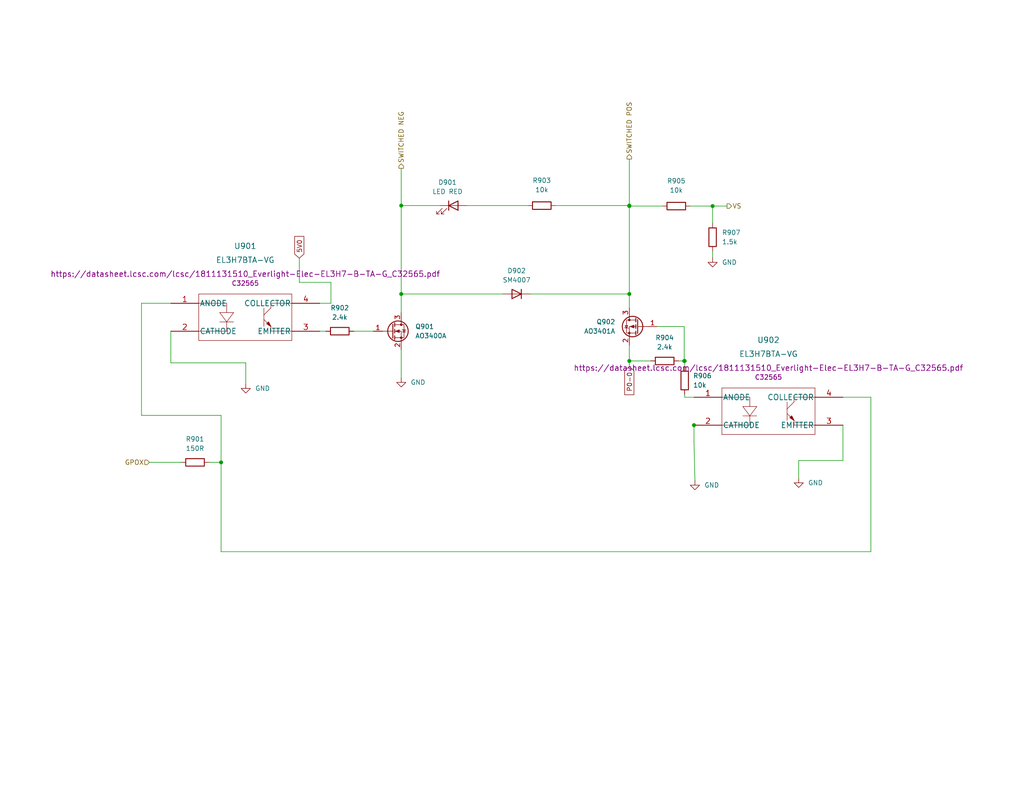
<source format=kicad_sch>
(kicad_sch (version 20211123) (generator eeschema)
  (paper "USLetter")
  (lib_symbols
    (symbol "Device:LED" (pin_numbers hide) (pin_names (offset 1.016) hide)
      (property "Reference" "D" (at 0 2.54 0))
      (property "Value" "LED" (at 0 -2.54 0))
      (symbol "LED_0_1"
        (polyline (pts (xy -1.27 -1.27) (xy -1.27 1.27)) (stroke (width 0.254)))
        (polyline (pts (xy -1.27 0) (xy 1.27 0)))
        (polyline (pts (xy 1.27 -1.27) (xy 1.27 1.27) (xy -1.27 0) (xy 1.27 -1.27)) (stroke (width 0.254)))
        (polyline (pts (xy -3.048 -0.762) (xy -4.572 -2.286) (xy -3.81 -2.286) (xy -4.572 -2.286) (xy -4.572 -1.524)))
        (polyline (pts (xy -1.778 -0.762) (xy -3.302 -2.286) (xy -2.54 -2.286) (xy -3.302 -2.286) (xy -3.302 -1.524)))
      )
      (symbol "LED_1_1"
        (pin passive line (at -3.81 0 0) (length 2.54) (name "K") (number "1"))
        (pin passive line (at 3.81 0 180) (length 2.54) (name "A") (number "2"))
      )
    )
    (symbol "Device:Q_NMOS_GSD" (pin_names (offset 0) hide)
      (property "Reference" "Q" (at 5.08 1.27 0))
      (property "Value" "Q_NMOS_GSD" (at 5.08 -1.27 0))
      (symbol "Q_NMOS_GSD_0_1"
        (polyline (pts (xy 0.254 0) (xy -2.54 0)))
        (polyline (pts (xy 0.254 1.905) (xy 0.254 -1.905)) (stroke (width 0.254)))
        (polyline (pts (xy 0.762 -1.27) (xy 0.762 -2.286)) (stroke (width 0.254)))
        (polyline (pts (xy 0.762 0.508) (xy 0.762 -0.508)) (stroke (width 0.254)))
        (polyline (pts (xy 0.762 2.286) (xy 0.762 1.27)) (stroke (width 0.254)))
        (polyline (pts (xy 2.54 2.54) (xy 2.54 1.778)))
        (polyline (pts (xy 2.54 -2.54) (xy 2.54 0) (xy 0.762 0)))
        (polyline (pts (xy 0.762 -1.778) (xy 3.302 -1.778) (xy 3.302 1.778) (xy 0.762 1.778)))
        (polyline (pts (xy 1.016 0) (xy 2.032 0.381) (xy 2.032 -0.381) (xy 1.016 0)) (fill (type outline)))
        (polyline (pts (xy 2.794 0.508) (xy 2.921 0.381) (xy 3.683 0.381) (xy 3.81 0.254)))
        (polyline (pts (xy 3.302 0.381) (xy 2.921 -0.254) (xy 3.683 -0.254) (xy 3.302 0.381)))
        (circle (center 1.651 0) (radius 2.794) (stroke (width 0.254)))
        (circle (center 2.54 -1.778) (radius 0.254) (fill (type outline)))
        (circle (center 2.54 1.778) (radius 0.254) (fill (type outline)))
      )
      (symbol "Q_NMOS_GSD_1_1"
        (pin input line (at -5.08 0 0) (length 2.54) (name "G") (number "1"))
        (pin passive line (at 2.54 -5.08 90) (length 2.54) (name "S") (number "2"))
        (pin passive line (at 2.54 5.08 270) (length 2.54) (name "D") (number "3"))
      )
    )
    (symbol "Device:R" (pin_numbers hide) (pin_names (offset 0))
      (property "Reference" "R" (at 2.032 0 90))
      (property "Value" "R" (at 0 0 90))
      (symbol "R_0_1"
        (rectangle (start -1.016 -2.54) (end 1.016 2.54) (stroke (width 0.254)))
      )
      (symbol "R_1_1"
        (pin passive line (at 0 3.81 270) (length 1.27) (name "~") (number "1"))
        (pin passive line (at 0 -3.81 90) (length 1.27) (name "~") (number "2"))
      )
    )
    (symbol "Diode:SM4007" (pin_numbers hide) (pin_names (offset 1.016) hide)
      (property "Reference" "D" (at 0 2.54 0))
      (property "Value" "SM4007" (at 0 -2.54 0))
      (symbol "SM4007_0_1"
        (polyline (pts (xy -1.27 1.27) (xy -1.27 -1.27)) (stroke (width 0.254)))
        (polyline (pts (xy 1.27 0) (xy -1.27 0)))
        (polyline (pts (xy 1.27 1.27) (xy 1.27 -1.27) (xy -1.27 0) (xy 1.27 1.27)) (stroke (width 0.254)))
      )
      (symbol "SM4007_1_1"
        (pin passive line (at -3.81 0 0) (length 2.54) (name "K") (number "1"))
        (pin passive line (at 3.81 0 180) (length 2.54) (name "A") (number "2"))
      )
    )
    (symbol "PCB_Library:EL3H7BTA-VG" (pin_names (offset 0.254))
      (property "Reference" "U" (at 20.32 10.16 0))
      (property "Value" "EL3H7BTA-VG" (at 20.32 7.62 0))
      (property "Datasheet" "https://datasheet.lcsc.com/lcsc/1811131510_Everlight-Elec-EL3H7-B-TA-G_C32565.pdf" (at 0 0 0))
      (property "LCSC" "C32565" (at 0 0 0))
      (symbol "EL3H7BTA-VG_1_1"
        (polyline (pts (xy 7.62 -7.62) (xy 33.02 -7.62)) (stroke (width 0.127)))
        (polyline (pts (xy 7.62 -5.08) (xy 15.24 -5.08)) (stroke (width 0.127)))
        (polyline (pts (xy 7.62 2.54) (xy 15.24 2.54)) (stroke (width 0.127)))
        (polyline (pts (xy 7.62 5.08) (xy 7.62 -7.62)) (stroke (width 0.127)))
        (polyline (pts (xy 13.335 -2.54) (xy 17.145 -2.54)) (stroke (width 0.127)))
        (polyline (pts (xy 13.335 0) (xy 17.145 0)) (stroke (width 0.127)))
        (polyline (pts (xy 15.24 -5.08) (xy 15.24 -2.54)) (stroke (width 0.127)))
        (polyline (pts (xy 15.24 -2.54) (xy 13.335 0)) (stroke (width 0.127)))
        (polyline (pts (xy 15.24 -2.54) (xy 17.145 0)) (stroke (width 0.127)))
        (polyline (pts (xy 15.24 2.54) (xy 15.24 0)) (stroke (width 0.127)))
        (polyline (pts (xy 25.4 -3.175) (xy 25.4 -3.81)) (stroke (width 0.127)))
        (polyline (pts (xy 25.4 -1.905) (xy 27.305 -3.81)) (stroke (width 0.127)))
        (polyline (pts (xy 25.4 -0.635) (xy 25.4 -3.175)) (stroke (width 0.127)))
        (polyline (pts (xy 25.4 -0.635) (xy 25.4 1.27)) (stroke (width 0.127)))
        (polyline (pts (xy 26.162 -3.048) (xy 27.305 -3.81)) (stroke (width 0.127)))
        (polyline (pts (xy 26.67 -2.54) (xy 26.162 -3.048)) (stroke (width 0.127)))
        (polyline (pts (xy 27.305 -5.08) (xy 27.305 -3.81)) (stroke (width 0.127)))
        (polyline (pts (xy 27.305 -3.81) (xy 26.67 -2.54)) (stroke (width 0.127)))
        (polyline (pts (xy 27.305 1.27) (xy 25.4 -0.635)) (stroke (width 0.127)))
        (polyline (pts (xy 27.305 2.54) (xy 27.305 1.27)) (stroke (width 0.127)))
        (polyline (pts (xy 33.02 -7.62) (xy 33.02 5.08)) (stroke (width 0.127)))
        (polyline (pts (xy 33.02 -5.08) (xy 27.305 -5.08)) (stroke (width 0.127)))
        (polyline (pts (xy 33.02 2.54) (xy 27.305 2.54)) (stroke (width 0.127)))
        (polyline (pts (xy 33.02 5.08) (xy 7.62 5.08)) (stroke (width 0.127)))
        (polyline (pts (xy 26.162 -3.048) (xy 26.67 -2.54) (xy 27.305 -3.81) (xy 26.162 -3.048)) (fill (type outline)))
        (pin unspecified line (at 0 2.54 0) (length 7.62) (name "ANODE") (number "1"))
        (pin unspecified line (at 0 -5.08 0) (length 7.62) (name "CATHODE") (number "2"))
        (pin unspecified line (at 40.64 -5.08 180) (length 7.62) (name "EMITTER") (number "3"))
        (pin unspecified line (at 40.64 2.54 180) (length 7.62) (name "COLLECTOR") (number "4"))
      )
    )
    (symbol "Transistor_FET:AO3401A" (pin_names hide)
      (property "Reference" "Q" (at 5.08 1.905 0))
      (property "Value" "AO3401A" (at 5.08 0 0))
      (symbol "AO3401A_0_1"
        (polyline (pts (xy 0.254 0) (xy -2.54 0)))
        (polyline (pts (xy 0.254 1.905) (xy 0.254 -1.905)) (stroke (width 0.254)))
        (polyline (pts (xy 0.762 -1.27) (xy 0.762 -2.286)) (stroke (width 0.254)))
        (polyline (pts (xy 0.762 0.508) (xy 0.762 -0.508)) (stroke (width 0.254)))
        (polyline (pts (xy 0.762 2.286) (xy 0.762 1.27)) (stroke (width 0.254)))
        (polyline (pts (xy 2.54 2.54) (xy 2.54 1.778)))
        (polyline (pts (xy 2.54 -2.54) (xy 2.54 0) (xy 0.762 0)))
        (polyline (pts (xy 0.762 1.778) (xy 3.302 1.778) (xy 3.302 -1.778) (xy 0.762 -1.778)))
        (polyline (pts (xy 2.286 0) (xy 1.27 0.381) (xy 1.27 -0.381) (xy 2.286 0)) (fill (type outline)))
        (polyline (pts (xy 2.794 -0.508) (xy 2.921 -0.381) (xy 3.683 -0.381) (xy 3.81 -0.254)))
        (polyline (pts (xy 3.302 -0.381) (xy 2.921 0.254) (xy 3.683 0.254) (xy 3.302 -0.381)))
        (circle (center 1.651 0) (radius 2.794) (stroke (width 0.254)))
        (circle (center 2.54 -1.778) (radius 0.254) (fill (type outline)))
        (circle (center 2.54 1.778) (radius 0.254) (fill (type outline)))
      )
      (symbol "AO3401A_1_1"
        (pin input line (at -5.08 0 0) (length 2.54) (name "G") (number "1"))
        (pin passive line (at 2.54 -5.08 90) (length 2.54) (name "S") (number "2"))
        (pin passive line (at 2.54 5.08 270) (length 2.54) (name "D") (number "3"))
      )
    )
    (symbol "power:GND" (power) (pin_names (offset 0))
      (property "Value" "GND" (at 0 -3.81 0))
      (symbol "GND_0_1"
        (polyline (pts (xy 0 0) (xy 0 -1.27) (xy 1.27 -1.27) (xy 0 -2.54) (xy -1.27 -1.27) (xy 0 -1.27)))
      )
      (symbol "GND_1_1"
        (pin power_in line (at 0 0 270) (length 0) hide (name "GND") (number "1"))
      )
    )
  )
  (junction (at 171.704 98.552))
  (junction (at 186.69 98.552))
  (junction (at 109.474 80.264))
  (junction (at 109.474 56.134))
  (junction (at 171.704 56.261))
  (junction (at 194.437 56.261))
  (junction (at 186.817 98.552))
  (junction (at 60.325 126.238))
  (junction (at 189.357 116.078))
  (junction (at 171.704 80.264))
  (junction (at 171.704 56.134))
  (wire (pts (xy 237.617 108.458) (xy 237.617 150.622)))
  (wire (pts (xy 144.78 80.264) (xy 171.704 80.264)))
  (wire (pts (xy 109.474 80.264) (xy 109.474 85.344)))
  (wire (pts (xy 194.437 56.261) (xy 194.437 60.96)))
  (wire (pts (xy 46.609 99.06) (xy 46.609 90.424)))
  (wire (pts (xy 109.474 56.134) (xy 109.474 80.264)))
  (wire (pts (xy 186.817 108.458) (xy 189.357 108.458)))
  (wire (pts (xy 194.437 56.261) (xy 198.374 56.261)))
  (wire (pts (xy 186.817 108.458) (xy 186.817 107.696)))
  (wire (pts (xy 171.704 56.134) (xy 171.704 56.261)))
  (wire (pts (xy 81.661 77.089) (xy 81.661 70.485)))
  (wire (pts (xy 185.166 98.552) (xy 186.69 98.552)))
  (wire (pts (xy 109.474 45.974) (xy 109.474 56.134)))
  (wire (pts (xy 57.023 126.238) (xy 60.325 126.238)))
  (wire (pts (xy 90.297 82.804) (xy 90.297 77.089)))
  (wire (pts (xy 40.767 126.238) (xy 49.403 126.238)))
  (wire (pts (xy 217.932 125.73) (xy 229.997 125.73)))
  (wire (pts (xy 171.704 56.261) (xy 180.721 56.261)))
  (wire (pts (xy 171.704 80.264) (xy 171.704 84.074)))
  (wire (pts (xy 67.056 99.06) (xy 46.609 99.06)))
  (wire (pts (xy 46.609 82.804) (xy 38.608 82.804)))
  (wire (pts (xy 87.376 82.804) (xy 90.297 82.804)))
  (wire (pts (xy 171.704 98.552) (xy 171.704 100.076)))
  (wire (pts (xy 217.932 125.73) (xy 217.932 130.556)))
  (wire (pts (xy 38.608 82.804) (xy 38.608 113.411)))
  (wire (pts (xy 171.704 94.234) (xy 171.704 98.552)))
  (wire (pts (xy 189.357 116.078) (xy 190.627 116.078)))
  (wire (pts (xy 186.817 100.076) (xy 186.817 98.552)))
  (wire (pts (xy 90.297 77.089) (xy 81.661 77.089)))
  (wire (pts (xy 194.437 68.58) (xy 194.437 70.358)))
  (wire (pts (xy 151.638 56.134) (xy 171.704 56.134)))
  (wire (pts (xy 171.704 43.434) (xy 171.704 56.134)))
  (wire (pts (xy 109.474 80.264) (xy 137.16 80.264)))
  (wire (pts (xy 96.52 90.424) (xy 101.854 90.424)))
  (wire (pts (xy 38.608 113.411) (xy 60.325 113.411)))
  (wire (pts (xy 109.474 95.504) (xy 109.474 103.124)))
  (wire (pts (xy 186.69 89.154) (xy 186.69 98.552)))
  (wire (pts (xy 229.997 125.73) (xy 229.997 116.078)))
  (wire (pts (xy 188.341 56.261) (xy 194.437 56.261)))
  (wire (pts (xy 109.474 56.134) (xy 119.888 56.134)))
  (wire (pts (xy 171.704 56.261) (xy 171.704 80.264)))
  (wire (pts (xy 229.997 108.458) (xy 237.617 108.458)))
  (wire (pts (xy 67.056 104.775) (xy 67.056 99.06)))
  (wire (pts (xy 127.508 56.134) (xy 144.018 56.134)))
  (wire (pts (xy 60.325 150.622) (xy 60.325 126.238)))
  (wire (pts (xy 171.704 98.552) (xy 177.546 98.552)))
  (wire (pts (xy 189.357 120.523) (xy 189.611 131.191)))
  (wire (pts (xy 186.817 98.552) (xy 186.69 98.552)))
  (wire (pts (xy 87.249 90.424) (xy 88.9 90.424)))
  (wire (pts (xy 237.617 150.622) (xy 60.325 150.622)))
  (wire (pts (xy 189.357 120.523) (xy 189.357 116.078)))
  (wire (pts (xy 60.325 113.411) (xy 60.325 126.238)))
  (wire (pts (xy 179.324 89.154) (xy 186.69 89.154)))
  (global_label "P0-0" (shape input) (at 171.704 100.076 270) (property "Intersheet References" "${INTERSHEET_REFS}" (effects hide)))
  (global_label "5V0" (shape input) (at 81.661 70.485 90) (property "Intersheet References" "${INTERSHEET_REFS}" (effects hide)))
  (hierarchical_label "SWITCHED NEG" (shape output) (at 109.474 45.974 90))
  (hierarchical_label "GPOX" (shape input) (at 40.767 126.238 180))
  (hierarchical_label "VS" (shape output) (at 198.374 56.261 0))
  (hierarchical_label "SWITCHED POS" (shape output) (at 171.704 43.434 90))
  (symbol (lib_id "Device:R") (at 184.531 56.261 90) (unit 1)
    (property "Reference" "R905" (at 184.531 49.403 90))
    (property "Value" "10k" (at 184.531 51.943 90))
    (property "Footprint" "Footprints:R_0402_1005Metric" (effects hide))
    (property "LCSC" "C25744" (effects hide))
  )
  (symbol (lib_id "power:GND") (at 217.932 130.556 0) (unit 1)
    (property "Reference" "#PWR0905" (effects hide))
    (property "Value" "GND" (at 220.472 131.8259 0) (effects (justify left)))
  )
  (symbol (lib_id "Device:R") (at 53.213 126.238 90) (unit 1)
    (property "Reference" "R901" (at 53.213 119.888 90))
    (property "Value" "150R" (at 53.213 122.428 90))
    (property "Footprint" "Footprints:R_0603_1608Metric" (effects hide))
    (property "LCSC" "C22808" (effects hide))
  )
  (symbol (lib_id "Transistor_FET:AO3401A") (at 174.244 89.154 0) (mirror y) (unit 1)
    (property "Reference" "Q902" (at 167.894 87.8839 0) (effects (justify left)))
    (property "Value" "AO3401A" (at 167.894 90.4239 0) (effects (justify left)))
    (property "Footprint" "Package_TO_SOT_SMD:SOT-23" (effects hide))
    (property "Datasheet" "http://www.aosmd.com/pdfs/datasheet/AO3401A.pdf" (effects hide))
    (property "LCSC" "C15127" (effects hide))
  )
  (symbol (lib_id "Device:R") (at 181.356 98.552 270) (unit 1)
    (property "Reference" "R904" (at 181.356 92.202 90))
    (property "Value" "2.4k" (at 181.356 94.742 90))
    (property "Footprint" "Footprints:R_0402_1005Metric" (effects hide))
    (property "LCSC" "C25882" (effects hide))
  )
  (symbol (lib_id "Diode:SM4007") (at 140.97 80.264 180) (unit 1)
    (property "Reference" "D902" (at 140.97 73.914 0))
    (property "Value" "SM4007" (at 140.97 76.454 0))
    (property "Footprint" "Diode_SMD:D_MELF" (effects hide))
    (property "Datasheet" "http://cdn-reichelt.de/documents/datenblatt/A400/SMD1N400%23DIO.pdf" (effects hide))
    (property "LCSC" "C64898" (effects hide))
  )
  (symbol (lib_id "PCB_Library:EL3H7BTA-VG") (at 46.609 85.344 0) (unit 1)
    (property "Reference" "U901" (at 66.929 67.183 0) (effects (font (size 1.524 1.524))))
    (property "Value" "EL3H7BTA-VG" (at 66.929 70.993 0) (effects (font (size 1.524 1.524))))
    (property "Footprint" "PCB_Library:EL3H7BTA-VG" (effects hide))
    (property "Datasheet" "https://datasheet.lcsc.com/lcsc/1811131510_Everlight-Elec-EL3H7-B-TA-G_C32565.pdf" (at 66.929 74.803 0) (effects (font (size 1.524 1.524))))
    (property "LCSC" "C32565" (at 66.929 77.343 0))
  )
  (symbol (lib_id "Device:R") (at 186.817 103.886 180) (unit 1)
    (property "Reference" "R906" (at 189.103 102.6159 0) (effects (justify right)))
    (property "Value" "10k" (at 189.103 105.1559 0) (effects (justify right)))
    (property "Footprint" "Footprints:R_0402_1005Metric" (effects hide))
    (property "LCSC" "C25744" (effects hide))
  )
  (symbol (lib_id "power:GND") (at 189.611 131.191 0) (unit 1)
    (property "Reference" "#PWR0903" (effects hide))
    (property "Value" "GND" (at 192.151 132.4609 0) (effects (justify left)))
  )
  (symbol (lib_id "Device:R") (at 194.437 64.77 0) (unit 1)
    (property "Reference" "R907" (at 196.977 63.4999 0) (effects (justify left)))
    (property "Value" "1.5k" (at 196.977 66.0399 0) (effects (justify left)))
    (property "Footprint" "Footprints:R_0402_1005Metric" (effects hide))
    (property "LCSC" "C25867" (effects hide))
  )
  (symbol (lib_id "Device:R") (at 92.71 90.424 270) (unit 1)
    (property "Reference" "R902" (at 92.71 84.074 90))
    (property "Value" "2.4k" (at 92.71 86.614 90))
    (property "Footprint" "Footprints:R_0402_1005Metric" (effects hide))
    (property "LCSC" "C25882" (effects hide))
  )
  (symbol (lib_id "Device:Q_NMOS_GSD") (at 106.934 90.424 0) (unit 1)
    (property "Reference" "Q901" (at 113.284 89.1539 0) (effects (justify left)))
    (property "Value" "AO3400A" (at 113.284 91.6939 0) (effects (justify left)))
    (property "Footprint" "Footprints:SOT-23" (effects hide))
    (property "LCSC" "C20917" (effects hide))
  )
  (symbol (lib_id "power:GND") (at 194.437 70.358 0) (unit 1)
    (property "Reference" "#PWR0904" (effects hide))
    (property "Value" "GND" (at 196.977 71.6279 0) (effects (justify left)))
  )
  (symbol (lib_id "PCB_Library:EL3H7BTA-VG") (at 189.357 110.998 0) (unit 1)
    (property "Reference" "U902" (at 209.677 92.837 0) (effects (font (size 1.524 1.524))))
    (property "Value" "EL3H7BTA-VG" (at 209.677 96.647 0) (effects (font (size 1.524 1.524))))
    (property "Footprint" "PCB_Library:EL3H7BTA-VG" (effects hide))
    (property "Datasheet" "https://datasheet.lcsc.com/lcsc/1811131510_Everlight-Elec-EL3H7-B-TA-G_C32565.pdf" (at 209.677 100.457 0) (effects (font (size 1.524 1.524))))
    (property "LCSC" "C32565" (at 209.677 102.997 0))
  )
  (symbol (lib_id "Device:LED") (at 123.698 56.134 0) (unit 1)
    (property "Reference" "D901" (at 122.1105 49.784 0))
    (property "Value" "LED RED" (at 122.1105 52.324 0))
    (property "Footprint" "Footprints:LED_0603_1608Metric" (effects hide))
    (property "LCSC" "C2286" (effects hide))
  )
  (symbol (lib_id "power:GND") (at 67.056 104.775 0) (unit 1)
    (property "Reference" "#PWR0901" (effects hide))
    (property "Value" "GND" (at 69.596 106.0449 0) (effects (justify left)))
  )
  (symbol (lib_id "Device:R") (at 147.828 56.134 90) (unit 1)
    (property "Reference" "R903" (at 147.828 49.276 90))
    (property "Value" "10k" (at 147.828 51.816 90))
    (property "Footprint" "Footprints:R_0402_1005Metric" (effects hide))
    (property "LCSC" "C25744" (effects hide))
  )
  (symbol (lib_id "power:GND") (at 109.474 103.124 0) (unit 1)
    (property "Reference" "#PWR0902" (effects hide))
    (property "Value" "GND" (at 112.014 104.3939 0) (effects (justify left)))
  )
)
</source>
